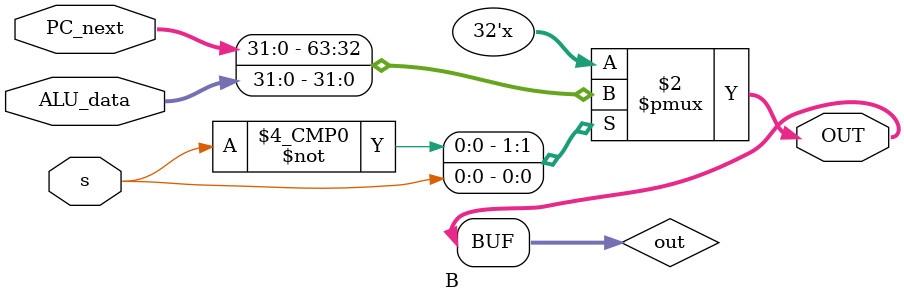
<source format=sv>
module B(
	input [31:0] PC_next, //from pcINC
	input [31:0] ALU_data, //from ALU
	input s, //from controller
	output [31:0] OUT
);
	logic [31:0] out;
  
   always @(*) begin
     case(s)
       0: out = PC_next;
       1: out = ALU_data;
       default: out = 0;
     endcase
   end
      
      
  assign OUT = out;
	
endmodule
</source>
